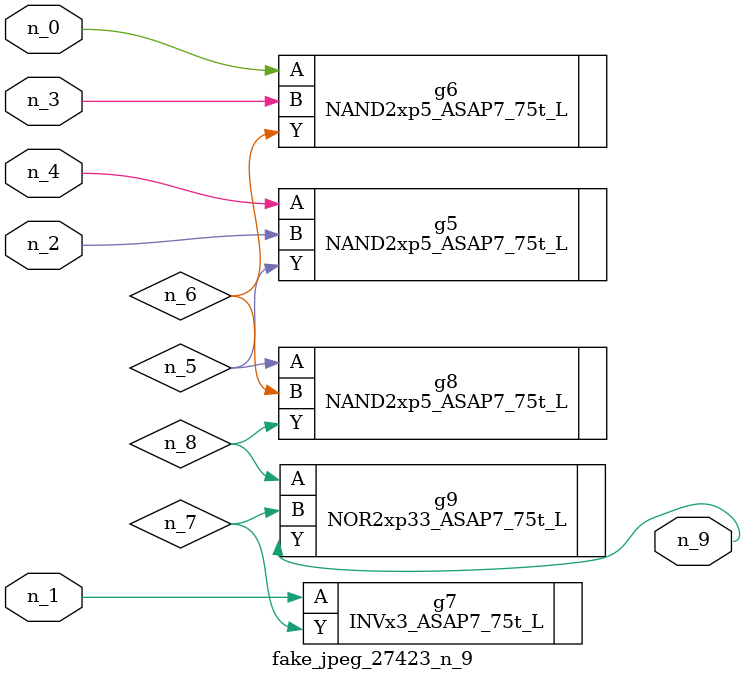
<source format=v>
module fake_jpeg_27423_n_9 (n_3, n_2, n_1, n_0, n_4, n_9);

input n_3;
input n_2;
input n_1;
input n_0;
input n_4;

output n_9;

wire n_8;
wire n_6;
wire n_5;
wire n_7;

NAND2xp5_ASAP7_75t_L g5 ( 
.A(n_4),
.B(n_2),
.Y(n_5)
);

NAND2xp5_ASAP7_75t_L g6 ( 
.A(n_0),
.B(n_3),
.Y(n_6)
);

INVx3_ASAP7_75t_L g7 ( 
.A(n_1),
.Y(n_7)
);

NAND2xp5_ASAP7_75t_L g8 ( 
.A(n_5),
.B(n_6),
.Y(n_8)
);

NOR2xp33_ASAP7_75t_L g9 ( 
.A(n_8),
.B(n_7),
.Y(n_9)
);


endmodule
</source>
